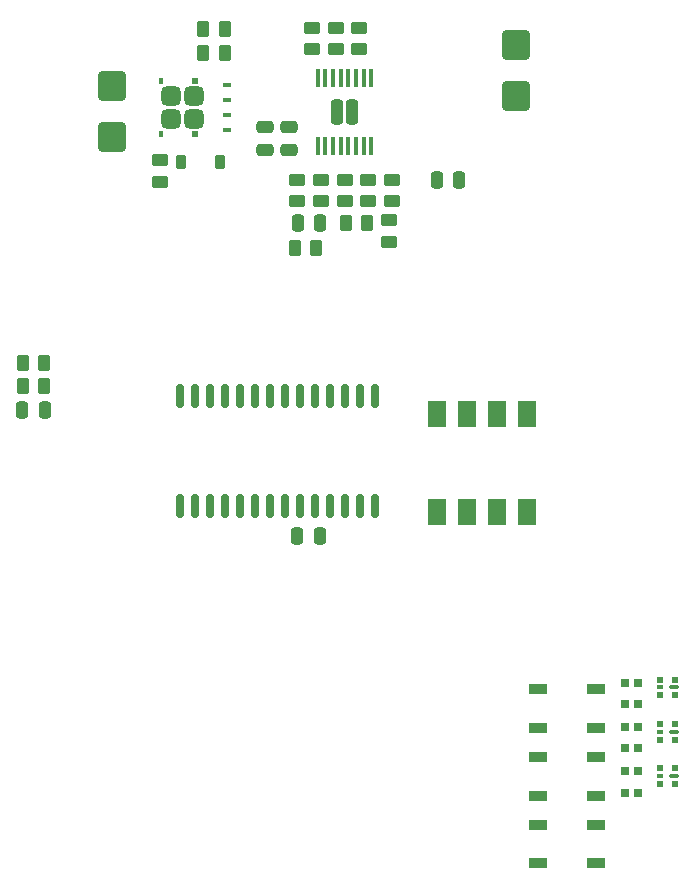
<source format=gtp>
G04 #@! TF.GenerationSoftware,KiCad,Pcbnew,9.0.3*
G04 #@! TF.CreationDate,2025-08-25T22:34:56-05:00*
G04 #@! TF.ProjectId,TestBoard_TPS27SA08-Q1,54657374-426f-4617-9264-5f5450533237,rev?*
G04 #@! TF.SameCoordinates,Original*
G04 #@! TF.FileFunction,Paste,Top*
G04 #@! TF.FilePolarity,Positive*
%FSLAX46Y46*%
G04 Gerber Fmt 4.6, Leading zero omitted, Abs format (unit mm)*
G04 Created by KiCad (PCBNEW 9.0.3) date 2025-08-25 22:34:56*
%MOMM*%
%LPD*%
G01*
G04 APERTURE LIST*
G04 Aperture macros list*
%AMRoundRect*
0 Rectangle with rounded corners*
0 $1 Rounding radius*
0 $2 $3 $4 $5 $6 $7 $8 $9 X,Y pos of 4 corners*
0 Add a 4 corners polygon primitive as box body*
4,1,4,$2,$3,$4,$5,$6,$7,$8,$9,$2,$3,0*
0 Add four circle primitives for the rounded corners*
1,1,$1+$1,$2,$3*
1,1,$1+$1,$4,$5*
1,1,$1+$1,$6,$7*
1,1,$1+$1,$8,$9*
0 Add four rect primitives between the rounded corners*
20,1,$1+$1,$2,$3,$4,$5,0*
20,1,$1+$1,$4,$5,$6,$7,0*
20,1,$1+$1,$6,$7,$8,$9,0*
20,1,$1+$1,$8,$9,$2,$3,0*%
G04 Aperture macros list end*
%ADD10RoundRect,0.250000X-0.262500X-0.450000X0.262500X-0.450000X0.262500X0.450000X-0.262500X0.450000X0*%
%ADD11RoundRect,0.250000X-0.250000X-0.475000X0.250000X-0.475000X0.250000X0.475000X-0.250000X0.475000X0*%
%ADD12RoundRect,0.250000X-0.450000X0.262500X-0.450000X-0.262500X0.450000X-0.262500X0.450000X0.262500X0*%
%ADD13RoundRect,0.407500X0.415000X0.407500X-0.415000X0.407500X-0.415000X-0.407500X0.415000X-0.407500X0*%
%ADD14RoundRect,0.102500X0.257500X0.102500X-0.257500X0.102500X-0.257500X-0.102500X0.257500X-0.102500X0*%
%ADD15R,0.510000X0.585000*%
%ADD16R,0.410000X0.470000*%
%ADD17RoundRect,0.250000X0.262500X0.450000X-0.262500X0.450000X-0.262500X-0.450000X0.262500X-0.450000X0*%
%ADD18RoundRect,0.247500X0.247500X-0.822500X0.247500X0.822500X-0.247500X0.822500X-0.247500X-0.822500X0*%
%ADD19RoundRect,0.100000X0.100000X-0.687500X0.100000X0.687500X-0.100000X0.687500X-0.100000X-0.687500X0*%
%ADD20RoundRect,0.250000X-0.475000X0.250000X-0.475000X-0.250000X0.475000X-0.250000X0.475000X0.250000X0*%
%ADD21R,0.700000X0.700000*%
%ADD22R,1.520000X2.160000*%
%ADD23RoundRect,0.250000X0.250000X0.475000X-0.250000X0.475000X-0.250000X-0.475000X0.250000X-0.475000X0*%
%ADD24RoundRect,0.250000X0.900000X-1.000000X0.900000X1.000000X-0.900000X1.000000X-0.900000X-1.000000X0*%
%ADD25RoundRect,0.045000X0.355000X-0.105000X0.355000X0.105000X-0.355000X0.105000X-0.355000X-0.105000X0*%
%ADD26RoundRect,0.067500X0.207500X-0.157500X0.207500X0.157500X-0.207500X0.157500X-0.207500X-0.157500X0*%
%ADD27RoundRect,0.045000X0.230000X-0.105000X0.230000X0.105000X-0.230000X0.105000X-0.230000X-0.105000X0*%
%ADD28RoundRect,0.250000X0.450000X-0.262500X0.450000X0.262500X-0.450000X0.262500X-0.450000X-0.262500X0*%
%ADD29RoundRect,0.090000X-0.660000X-0.360000X0.660000X-0.360000X0.660000X0.360000X-0.660000X0.360000X0*%
%ADD30RoundRect,0.225000X0.225000X0.375000X-0.225000X0.375000X-0.225000X-0.375000X0.225000X-0.375000X0*%
%ADD31RoundRect,0.150000X0.150000X-0.875000X0.150000X0.875000X-0.150000X0.875000X-0.150000X-0.875000X0*%
G04 APERTURE END LIST*
D10*
X127425000Y-61000000D03*
X129250000Y-61000000D03*
D11*
X135395000Y-103900000D03*
X137295000Y-103900000D03*
D12*
X135412500Y-73750000D03*
X135412500Y-75575000D03*
X123750000Y-72087500D03*
X123750000Y-73912500D03*
D11*
X112137500Y-93250000D03*
X114037500Y-93250000D03*
D10*
X127425000Y-63000000D03*
X129250000Y-63000000D03*
D13*
X126642500Y-68600000D03*
X126642500Y-66670000D03*
X124697500Y-68600000D03*
X124697500Y-66670000D03*
D14*
X129465000Y-69540000D03*
X129465000Y-68270000D03*
X129465000Y-67000000D03*
X129465000Y-65730000D03*
D15*
X126750000Y-69907500D03*
X126750000Y-65362500D03*
D16*
X123880000Y-69850000D03*
X123880000Y-65420000D03*
D17*
X137000000Y-79500000D03*
X135175000Y-79500000D03*
D18*
X138797500Y-68050000D03*
X140027500Y-68050000D03*
D19*
X137137500Y-70912500D03*
X137787500Y-70912500D03*
X138437500Y-70912500D03*
X139087500Y-70912500D03*
X139737500Y-70912500D03*
X140387500Y-70912500D03*
X141037500Y-70912500D03*
X141687500Y-70912500D03*
X141687500Y-65187500D03*
X141037500Y-65187500D03*
X140387500Y-65187500D03*
X139737500Y-65187500D03*
X139087500Y-65187500D03*
X138437500Y-65187500D03*
X137787500Y-65187500D03*
X137137500Y-65187500D03*
D20*
X132662500Y-69300000D03*
X132662500Y-71200000D03*
D21*
X163150000Y-118165000D03*
X164250000Y-118165000D03*
X164250000Y-116335000D03*
X163150000Y-116335000D03*
D22*
X147250000Y-101880000D03*
X149790000Y-101880000D03*
X152330000Y-101880000D03*
X154870000Y-101880000D03*
X154870000Y-93620000D03*
X152330000Y-93620000D03*
X149790000Y-93620000D03*
X147250000Y-93620000D03*
D10*
X112175000Y-89250000D03*
X114000000Y-89250000D03*
D23*
X137362500Y-77412500D03*
X135462500Y-77412500D03*
D12*
X143412500Y-73750000D03*
X143412500Y-75575000D03*
D10*
X112175000Y-91250000D03*
X114000000Y-91250000D03*
D24*
X153912500Y-66650000D03*
X153912500Y-62350000D03*
D12*
X143162500Y-77200000D03*
X143162500Y-79025000D03*
D25*
X167300000Y-124250000D03*
D26*
X167425000Y-124925000D03*
X166075000Y-124925000D03*
D27*
X166075000Y-124250000D03*
D26*
X166075000Y-123575000D03*
X167425000Y-123575000D03*
D11*
X147212500Y-73750000D03*
X149112500Y-73750000D03*
D12*
X140662500Y-60887500D03*
X140662500Y-62712500D03*
D25*
X167300000Y-116750000D03*
D26*
X167425000Y-117425000D03*
X166075000Y-117425000D03*
D27*
X166075000Y-116750000D03*
D26*
X166075000Y-116075000D03*
X167425000Y-116075000D03*
D12*
X137412500Y-73750000D03*
X137412500Y-75575000D03*
D28*
X139412500Y-75575000D03*
X139412500Y-73750000D03*
D29*
X155800000Y-128350000D03*
X155800000Y-131650000D03*
X160700000Y-131650000D03*
X160700000Y-128350000D03*
X155800000Y-116850000D03*
X155800000Y-120150000D03*
X160700000Y-120150000D03*
X160700000Y-116850000D03*
D17*
X141325000Y-77412500D03*
X139500000Y-77412500D03*
D21*
X163150000Y-121915000D03*
X164250000Y-121915000D03*
X164250000Y-120085000D03*
X163150000Y-120085000D03*
D28*
X141412500Y-75575000D03*
X141412500Y-73750000D03*
D20*
X134662500Y-69300000D03*
X134662500Y-71200000D03*
D25*
X167300000Y-120500000D03*
D26*
X167425000Y-121175000D03*
X166075000Y-121175000D03*
D27*
X166075000Y-120500000D03*
D26*
X166075000Y-119825000D03*
X167425000Y-119825000D03*
D29*
X155800000Y-122600000D03*
X155800000Y-125900000D03*
X160700000Y-125900000D03*
X160700000Y-122600000D03*
D12*
X138662500Y-60887500D03*
X138662500Y-62712500D03*
D21*
X163150000Y-125665000D03*
X164250000Y-125665000D03*
X164250000Y-123835000D03*
X163150000Y-123835000D03*
D24*
X119750000Y-70150000D03*
X119750000Y-65850000D03*
D30*
X128900000Y-72250000D03*
X125600000Y-72250000D03*
D12*
X136662500Y-60887500D03*
X136662500Y-62712500D03*
D31*
X125495000Y-101400000D03*
X126765000Y-101400000D03*
X128035000Y-101400000D03*
X129305000Y-101400000D03*
X130575000Y-101400000D03*
X131845000Y-101400000D03*
X133115000Y-101400000D03*
X134385000Y-101400000D03*
X135655000Y-101400000D03*
X136925000Y-101400000D03*
X138195000Y-101400000D03*
X139465000Y-101400000D03*
X140735000Y-101400000D03*
X142005000Y-101400000D03*
X142005000Y-92100000D03*
X140735000Y-92100000D03*
X139465000Y-92100000D03*
X138195000Y-92100000D03*
X136925000Y-92100000D03*
X135655000Y-92100000D03*
X134385000Y-92100000D03*
X133115000Y-92100000D03*
X131845000Y-92100000D03*
X130575000Y-92100000D03*
X129305000Y-92100000D03*
X128035000Y-92100000D03*
X126765000Y-92100000D03*
X125495000Y-92100000D03*
M02*

</source>
